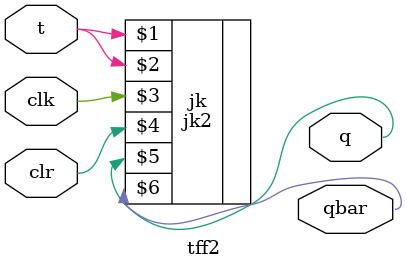
<source format=v>
module tff2(t,clk,clr,q,qbar);
input t,clk,clr;
output q,qbar;
jk2 jk(t,t,clk,clr,q,qbar);
endmodule

</source>
